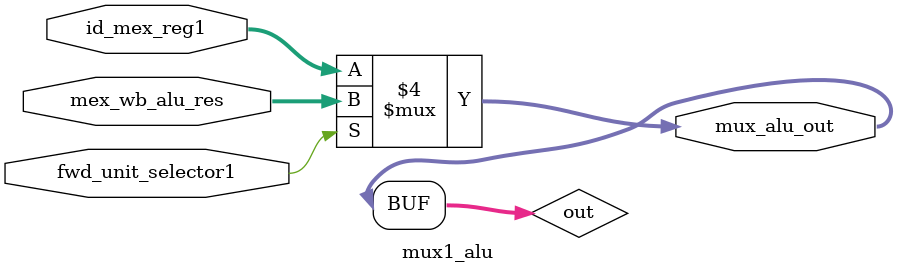
<source format=v>
module mux1_alu (

	//input [7:0] mex_wb_reg1,
   input [7:0] mex_wb_alu_res,
	input fwd_unit_selector1,
	input [7:0] id_mex_reg1,
	
	output [7:0] mux_alu_out
);

reg [7:0] out;

always @ (fwd_unit_selector1 or id_mex_reg1 or mex_wb_alu_res) begin
    // forward register 1 from ID/MEX pipe
	if (fwd_unit_selector1 == 0) begin
		out = id_mex_reg1;
	end
	// forward ALU result from MEX/WB pipe
	else begin
        out = mex_wb_alu_res;
	end
	/*
    // forward register 1 from MEX/WB pipe
    else if (fwd_unit_selector1 == 2'b1) begin
        out = mex_wb_reg1;
    end
    */
end

assign mux_alu_out = out;

endmodule
</source>
